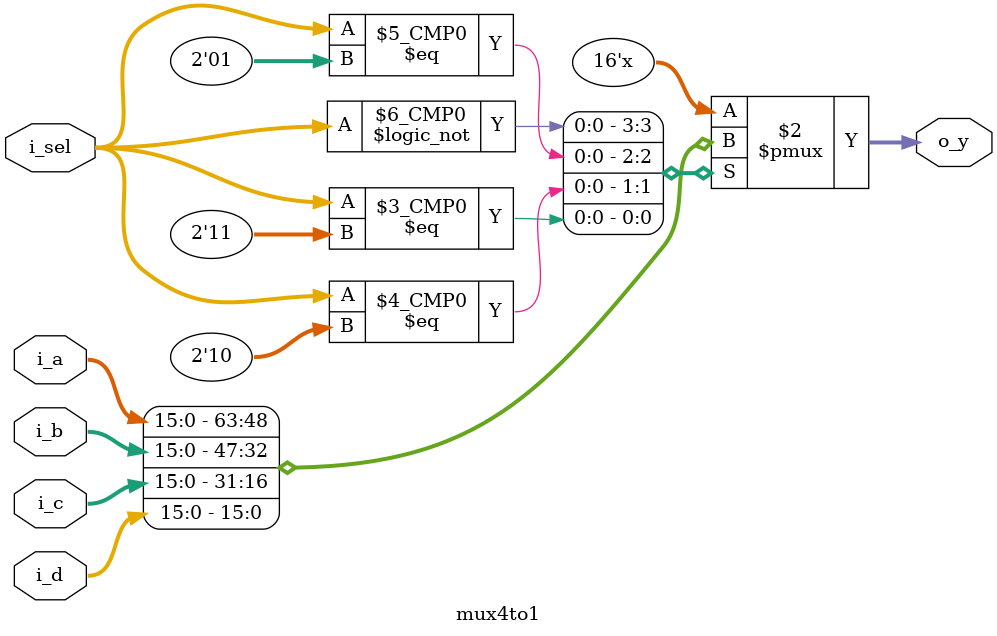
<source format=sv>
module mux4to1(
  input  logic [15:0] i_a, i_b, i_c, i_d,
  input  logic [1:0] i_sel,
  output logic [15:0] o_y
);
  always_comb begin
    case(i_sel)
	   2'b00: o_y = i_a;
		2'b01: o_y = i_b;
		2'b10: o_y = i_c;
		2'b11: o_y = i_d;
		default: o_y = 16'b0;
	 endcase
  end
endmodule
</source>
